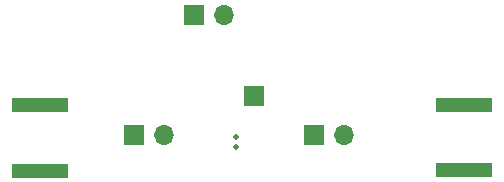
<source format=gbr>
%TF.GenerationSoftware,KiCad,Pcbnew,7.0.8*%
%TF.CreationDate,2024-03-07T13:19:55-05:00*%
%TF.ProjectId,Amplifier,416d706c-6966-4696-9572-2e6b69636164,rev?*%
%TF.SameCoordinates,Original*%
%TF.FileFunction,Soldermask,Bot*%
%TF.FilePolarity,Negative*%
%FSLAX46Y46*%
G04 Gerber Fmt 4.6, Leading zero omitted, Abs format (unit mm)*
G04 Created by KiCad (PCBNEW 7.0.8) date 2024-03-07 13:19:55*
%MOMM*%
%LPD*%
G01*
G04 APERTURE LIST*
G04 Aperture macros list*
%AMRoundRect*
0 Rectangle with rounded corners*
0 $1 Rounding radius*
0 $2 $3 $4 $5 $6 $7 $8 $9 X,Y pos of 4 corners*
0 Add a 4 corners polygon primitive as box body*
4,1,4,$2,$3,$4,$5,$6,$7,$8,$9,$2,$3,0*
0 Add four circle primitives for the rounded corners*
1,1,$1+$1,$2,$3*
1,1,$1+$1,$4,$5*
1,1,$1+$1,$6,$7*
1,1,$1+$1,$8,$9*
0 Add four rect primitives between the rounded corners*
20,1,$1+$1,$2,$3,$4,$5,0*
20,1,$1+$1,$4,$5,$6,$7,0*
20,1,$1+$1,$6,$7,$8,$9,0*
20,1,$1+$1,$8,$9,$2,$3,0*%
G04 Aperture macros list end*
%ADD10RoundRect,0.102000X-2.280000X0.500000X-2.280000X-0.500000X2.280000X-0.500000X2.280000X0.500000X0*%
%ADD11R,1.700000X1.700000*%
%ADD12O,1.700000X1.700000*%
%ADD13RoundRect,0.102000X2.280000X-0.500000X2.280000X0.500000X-2.280000X0.500000X-2.280000X-0.500000X0*%
%ADD14C,0.499999*%
G04 APERTURE END LIST*
D10*
%TO.C,REF\u002A\u002A*%
X42845001Y-45768000D03*
X42845001Y-51308000D03*
%TD*%
D11*
%TO.C,*%
X60960000Y-44958000D03*
%TD*%
%TO.C,REF\u002A\u002A*%
X50800000Y-48260000D03*
D12*
X53340000Y-48260000D03*
%TD*%
D11*
%TO.C,REF\u002A\u002A*%
X55880000Y-38100000D03*
D12*
X58420000Y-38100000D03*
%TD*%
D13*
%TO.C,REF\u002A\u002A*%
X78740000Y-51281250D03*
X78740000Y-45741250D03*
%TD*%
D14*
%TO.C,REF\u002A\u002A*%
X59436000Y-48476002D03*
X59436000Y-49276000D03*
%TD*%
D11*
%TO.C,REF\u002A\u002A*%
X66040000Y-48260000D03*
D12*
X68580000Y-48260000D03*
%TD*%
M02*

</source>
